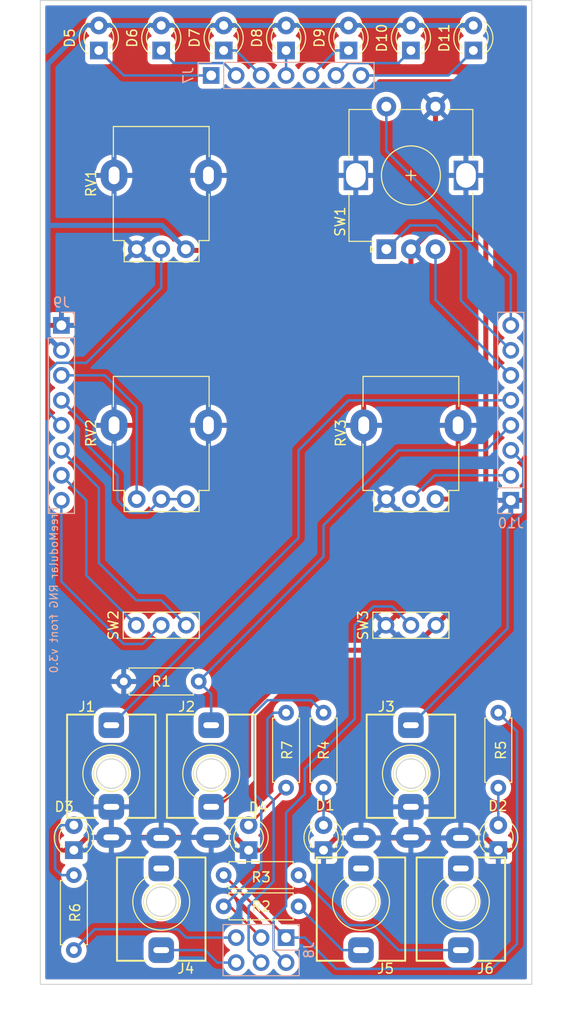
<source format=kicad_pcb>
(kicad_pcb (version 20240108) (generator "pcbnew") (generator_version "8.0")
  (title_block (title "RNG") (date "2024-01-16") (rev "v3.0") (company "FreeModular"))
  (layers (0 "F.Cu" signal) (31 "B.Cu" signal) (34 "B.Paste" user) (35 "F.Paste" user) (36 "B.SilkS" user "B.Silkscreen") (37 "F.SilkS" user "F.Silkscreen") (38 "B.Mask" user) (39 "F.Mask" user) (44 "Edge.Cuts" user))
  (net 0 "")
  (net 1 "+5V")
  (net 2 "POT_RANDOM")
  (net 3 "GND")
  (net 4 "GAIN_B")
  (net 5 "GAIN_A")
  (net 6 "POT_BIAS")
  (net 7 "RE_A")
  (net 8 "RE_B")
  (net 9 "RE_SWITCH")
  (net 10 "TRIG_SWTICH")
  (net 11 "Net-(D1-A)")
  (net 12 "Net-(D2-A)")
  (net 13 "Net-(D3-A)")
  (net 14 "Net-(D4-A)")
  (net 15 "Net-(D5-K)")
  (net 16 "Net-(D6-K)")
  (net 17 "Net-(D7-K)")
  (net 18 "Net-(D8-K)")
  (net 19 "Net-(D9-K)")
  (net 20 "Net-(D10-K)")
  (net 21 "Net-(D11-K)")
  (net 22 "INPUT_CV_CLOCK")
  (net 23 "INPUT_CV_ENABLE")
  (net 24 "INPUT_CV_BIAS")
  (net 26 "RANDOM_OUT")
  (net 28 "Net-(J5-Pad3)")
  (net 30 "Net-(J6-Pad3)")
  (net 31 "GATE_A_OUT")
  (net 32 "GATE_B_OUT")
  (net 33 "TRIG_IN_LED")
  (net 34 "ENABLED_LED")
  (net 35 "OUTPUT_PREAMP_UNIPOLAR")
  (net 36 "OUTPUT_PREAMP")
  (net 37 "OUTPUT_PREAMP_BIPOLAR")
  (footprint "LED_THT:LED_D3.0mm" (layer "F.Cu") (at 54.61 137.16 90)
    (property "Reference" "D1" (at 4.554553 0.161669 180) (layer "F.SilkS"))
    (property "Value" "LED")
    (pad "1" thru_hole rect (at 0 0 90) (size 1.8 1.8) (drill 0.9) (layers "*.Cu" "*.Mask") (net 3 "GND"))
    (pad "2" thru_hole circle (at 2.54 0 90) (size 1.8 1.8) (drill 0.9) (layers "*.Cu" "*.Mask") (net 11 "Net-(D1-A)"))
  )
  (footprint "FreeModualr:THONKICONN" (layer "F.Cu") (at 38.1 142.4 180)
    (property "Reference" "J4" (at -2.5 -6.8 0) (layer "F.SilkS"))
    (property "Value" "THONKICONN")
    (fp_circle (center 0 0) (end -1.5 0) (stroke (width 0.12)) (fill none) (layer "Edge.Cuts"))
    (pad "1" thru_hole oval (at 0 6.48 180) (size 3.1 2.1) (drill oval 1.6 0.6) (layers "*.Cu" "*.Mask") (net 3 "GND"))
    (pad "2" thru_hole roundrect (at 0 3.38 180) (size 2.6 2.6) (drill oval 1.6 0.6) (layers "*.Cu" "*.Mask"))
    (pad "3" thru_hole roundrect (at 0 -4.92 180) (size 2.6 2.6) (drill oval 1.6 0.6) (layers "*.Cu" "*.Mask") (net 26 "RANDOM_OUT"))
  )
  (footprint "FreeModualr:Alpha_Potentiometer_Grounded" (layer "F.Cu") (at 61 101.48 90)
    (property "Reference" "RV3" (at 6.71 -4.64 90) (layer "F.SilkS"))
    (property "Value" "Linear 50k")
    (pad "1" thru_hole circle (at 0 0 180) (size 1.8 1.8) (drill 1) (layers "*.Cu" "*.Mask") (net 3 "GND"))
    (pad "2" thru_hole circle (at 0 2.5 180) (size 1.8 1.8) (drill 1) (layers "*.Cu" "*.Mask") (net 6 "POT_BIAS"))
    (pad "3" thru_hole circle (at 0 5 180) (size 1.8 1.8) (drill 1) (layers "*.Cu" "*.Mask") (net 1 "+5V"))
    (pad "MP" thru_hole oval (at 7.5 -2.3 180) (size 2.72 3.24) (drill oval 1.1 1.8) (layers "*.Cu" "*.Mask") (net 3 "GND"))
    (pad "MP" thru_hole oval (at 7.5 7.3 180) (size 2.72 3.24) (drill oval 1.1 1.8) (layers "*.Cu" "*.Mask") (net 3 "GND"))
  )
  (footprint "LED_THT:LED_D3.0mm" (layer "F.Cu") (at 46.99 137.16 90)
    (property "Reference" "D4" (at 4.329269 0.997337 180) (layer "F.SilkS"))
    (property "Value" "LED")
    (pad "1" thru_hole rect (at 0 0 90) (size 1.8 1.8) (drill 0.9) (layers "*.Cu" "*.Mask") (net 3 "GND"))
    (pad "2" thru_hole circle (at 2.54 0 90) (size 1.8 1.8) (drill 0.9) (layers "*.Cu" "*.Mask") (net 14 "Net-(D4-A)"))
  )
  (footprint "FreeModualr:THONKICONN" (layer "F.Cu") (at 68.58 142.4 180)
    (property "Reference" "J6" (at -2.5 -6.8 0) (layer "F.SilkS"))
    (property "Value" "THONKICONN")
    (fp_circle (center 0 0) (end -1.5 0) (stroke (width 0.12)) (fill none) (layer "Edge.Cuts"))
    (pad "1" thru_hole oval (at 0 6.48 180) (size 3.1 2.1) (drill oval 1.6 0.6) (layers "*.Cu" "*.Mask") (net 3 "GND"))
    (pad "2" thru_hole roundrect (at 0 3.38 180) (size 2.6 2.6) (drill oval 1.6 0.6) (layers "*.Cu" "*.Mask"))
    (pad "3" thru_hole roundrect (at 0 -4.92 180) (size 2.6 2.6) (drill oval 1.6 0.6) (layers "*.Cu" "*.Mask") (net 30 "Net-(J6-Pad3)"))
  )
  (footprint "Rotary_Encoder:RotaryEncoder_Alps_EC12E-Switch_Vertical_H20mm" (layer "F.Cu") (at 61 76.08 90)
    (property "Reference" "SW1" (at 2.8 -4.7 90) (layer "F.SilkS"))
    (property "Value" "RotaryEncoder_Switch")
    (pad "A" thru_hole rect (at 0 0 90) (size 2 2) (drill 1) (layers "*.Cu" "*.Mask") (net 7 "RE_A"))
    (pad "B" thru_hole circle (at 0 5 90) (size 2 2) (drill 1) (layers "*.Cu" "*.Mask") (net 8 "RE_B"))
    (pad "C" thru_hole circle (at 0 2.5 90) (size 2 2) (drill 1) (layers "*.Cu" "*.Mask") (net 3 "GND"))
    (pad "MP" thru_hole rect (at 7.5 -3.1 90) (size 3 2.5) (drill oval 2.5 2) (layers "*.Cu" "*.Mask") (net 3 "GND"))
    (pad "MP" thru_hole rect (at 7.5 8.1 90) (size 3 2.5) (drill oval 2.5 2) (layers "*.Cu" "*.Mask") (net 3 "GND"))
    (pad "S1" thru_hole circle (at 14.5 0 90) (size 2 2) (drill 1) (layers "*.Cu" "*.Mask") (net 9 "RE_SWITCH"))
    (pad "S2" thru_hole circle (at 14.5 5 90) (size 2 2) (drill 1) (layers "*.Cu" "*.Mask") (net 3 "GND"))
  )
  (footprint "Resistor_THT:R_Axial_DIN0207_L6.3mm_D2.5mm_P7.62mm_Horizontal" (layer "F.Cu") (at 41.91 120.015 180)
    (property "Reference" "R1" (at 3.81 0 0) (layer "F.SilkS"))
    (property "Value" "100k")
    (pad "1" thru_hole circle (at 0 0 180) (size 1.6 1.6) (drill 0.8) (layers "*.Cu" "*.Mask") (net 23 "INPUT_CV_ENABLE"))
    (pad "2" thru_hole oval (at 7.62 0 180) (size 1.6 1.6) (drill 0.8) (layers "*.Cu" "*.Mask") (net 3 "GND"))
  )
  (footprint "FreeModualr:Alpha_Potentiometer_Grounded" (layer "F.Cu") (at 35.6 76.08 90)
    (property "Reference" "RV1" (at 6.71 -4.64 90) (layer "F.SilkS"))
    (property "Value" "Linear 50k")
    (pad "1" thru_hole circle (at 0 0 180) (size 1.8 1.8) (drill 1) (layers "*.Cu" "*.Mask") (net 3 "GND"))
    (pad "2" thru_hole circle (at 0 2.5 180) (size 1.8 1.8) (drill 1) (layers "*.Cu" "*.Mask") (net 2 "POT_RANDOM"))
    (pad "3" thru_hole circle (at 0 5 180) (size 1.8 1.8) (drill 1) (layers "*.Cu" "*.Mask") (net 1 "+5V"))
    (pad "MP" thru_hole oval (at 7.5 -2.3 180) (size 2.72 3.24) (drill oval 1.1 1.8) (layers "*.Cu" "*.Mask") (net 3 "GND"))
    (pad "MP" thru_hole oval (at 7.5 7.3 180) (size 2.72 3.24) (drill oval 1.1 1.8) (layers "*.Cu" "*.Mask") (net 3 "GND"))
  )
  (footprint "LED_THT:LED_D3.0mm" (layer "F.Cu") (at 29.21 137.16 90)
    (property "Reference" "D3" (at 4.411259 -0.983878 180) (layer "F.SilkS"))
    (property "Value" "LED")
    (pad "1" thru_hole rect (at 0 0 90) (size 1.8 1.8) (drill 0.9) (layers "*.Cu" "*.Mask") (net 3 "GND"))
    (pad "2" thru_hole circle (at 2.54 0 90) (size 1.8 1.8) (drill 0.9) (layers "*.Cu" "*.Mask") (net 13 "Net-(D3-A)"))
  )
  (footprint "LED_THT:LED_D3.0mm" (layer "F.Cu") (at 63.5 55.88 90)
    (property "Reference" "D10" (at 1.27 -2.96 90) (layer "F.SilkS"))
    (property "Value" "LED")
    (pad "1" thru_hole rect (at 0 0 90) (size 1.8 1.8) (drill 0.9) (layers "*.Cu" "*.Mask") (net 20 "Net-(D10-K)"))
    (pad "2" thru_hole circle (at 2.54 0 90) (size 1.8 1.8) (drill 0.9) (layers "*.Cu" "*.Mask") (net 1 "+5V"))
  )
  (footprint "Resistor_THT:R_Axial_DIN0207_L6.3mm_D2.5mm_P7.62mm_Horizontal" (layer "F.Cu") (at 72.39 123.19 -90)
    (property "Reference" "R5" (at 3.81 -0.265 90) (layer "F.SilkS"))
    (property "Value" "10k")
    (pad "1" thru_hole circle (at 0 0 270) (size 1.6 1.6) (drill 0.8) (layers "*.Cu" "*.Mask") (net 32 "GATE_B_OUT"))
    (pad "2" thru_hole oval (at 7.62 0 270) (size 1.6 1.6) (drill 0.8) (layers "*.Cu" "*.Mask") (net 12 "Net-(D2-A)"))
  )
  (footprint "Resistor_THT:R_Axial_DIN0207_L6.3mm_D2.5mm_P7.62mm_Horizontal" (layer "F.Cu") (at 50.8 123.19 -90)
    (property "Reference" "R7" (at 3.81 -0.11 90) (layer "F.SilkS"))
    (property "Value" "10k")
    (pad "1" thru_hole circle (at 0 0 270) (size 1.6 1.6) (drill 0.8) (layers "*.Cu" "*.Mask") (net 34 "ENABLED_LED"))
    (pad "2" thru_hole oval (at 7.62 0 270) (size 1.6 1.6) (drill 0.8) (layers "*.Cu" "*.Mask") (net 14 "Net-(D4-A)"))
  )
  (footprint "LED_THT:LED_D3.0mm" (layer "F.Cu") (at 38.1 55.88 90)
    (property "Reference" "D6" (at 1.27 -2.96 90) (layer "F.SilkS"))
    (property "Value" "LED")
    (pad "1" thru_hole rect (at 0 0 90) (size 1.8 1.8) (drill 0.9) (layers "*.Cu" "*.Mask") (net 16 "Net-(D6-K)"))
    (pad "2" thru_hole circle (at 2.54 0 90) (size 1.8 1.8) (drill 0.9) (layers "*.Cu" "*.Mask") (net 1 "+5V"))
  )
  (footprint "FreeModualr:THONKICONN" (layer "F.Cu") (at 33.02 129.38)
    (property "Reference" "J1" (at -2.5 -6.8 0) (layer "F.SilkS"))
    (property "Value" "THONKICONN")
    (fp_circle (center 0 0) (end -1.5 0) (stroke (width 0.12)) (fill none) (layer "Edge.Cuts"))
    (pad "1" thru_hole oval (at 0 6.48) (size 3.1 2.1) (drill oval 1.6 0.6) (layers "*.Cu" "*.Mask") (net 3 "GND"))
    (pad "2" thru_hole roundrect (at 0 3.38) (size 2.6 2.6) (drill oval 1.6 0.6) (layers "*.Cu" "*.Mask") (net 3 "GND"))
    (pad "3" thru_hole roundrect (at 0 -4.92) (size 2.6 2.6) (drill oval 1.6 0.6) (layers "*.Cu" "*.Mask") (net 22 "INPUT_CV_CLOCK"))
  )
  (footprint "FreeModualr:Alpha_Potentiometer_Grounded" (layer "F.Cu") (at 35.6 101.48 90)
    (property "Reference" "RV2" (at 6.71 -4.64 90) (layer "F.SilkS"))
    (property "Value" "Linear 50k")
    (pad "1" thru_hole circle (at 0 0 180) (size 1.8 1.8) (drill 1) (layers "*.Cu" "*.Mask") (net 5 "GAIN_A"))
    (pad "2" thru_hole circle (at 0 2.5 180) (size 1.8 1.8) (drill 1) (layers "*.Cu" "*.Mask") (net 4 "GAIN_B"))
    (pad "3" thru_hole circle (at 0 5 180) (size 1.8 1.8) (drill 1) (layers "*.Cu" "*.Mask") (net 4 "GAIN_B"))
    (pad "MP" thru_hole oval (at 7.5 -2.3 180) (size 2.72 3.24) (drill oval 1.1 1.8) (layers "*.Cu" "*.Mask") (net 3 "GND"))
    (pad "MP" thru_hole oval (at 7.5 7.3 180) (size 2.72 3.24) (drill oval 1.1 1.8) (layers "*.Cu" "*.Mask") (net 3 "GND"))
  )
  (footprint "LED_THT:LED_D3.0mm" (layer "F.Cu") (at 31.75 55.88 90)
    (property "Reference" "D5" (at 1.27 -2.96 90) (layer "F.SilkS"))
    (property "Value" "LED")
    (pad "1" thru_hole rect (at 0 0 90) (size 1.8 1.8) (drill 0.9) (layers "*.Cu" "*.Mask") (net 15 "Net-(D5-K)"))
    (pad "2" thru_hole circle (at 2.54 0 90) (size 1.8 1.8) (drill 0.9) (layers "*.Cu" "*.Mask") (net 1 "+5V"))
  )
  (footprint "LED_THT:LED_D3.0mm" (layer "F.Cu") (at 72.39 137.16 90)
    (property "Reference" "D2" (at 4.493249 -0.051703 180) (layer "F.SilkS"))
    (property "Value" "LED")
    (pad "1" thru_hole rect (at 0 0 90) (size 1.8 1.8) (drill 0.9) (layers "*.Cu" "*.Mask") (net 3 "GND"))
    (pad "2" thru_hole circle (at 2.54 0 90) (size 1.8 1.8) (drill 0.9) (layers "*.Cu" "*.Mask") (net 12 "Net-(D2-A)"))
  )
  (footprint "Resistor_THT:R_Axial_DIN0207_L6.3mm_D2.5mm_P7.62mm_Horizontal" (layer "F.Cu") (at 44.45 139.7)
    (property "Reference" "R3" (at 3.81 0.215 0) (layer "F.SilkS"))
    (property "Value" "1k")
    (pad "1" thru_hole circle (at 0 0) (size 1.6 1.6) (drill 0.8) (layers "*.Cu" "*.Mask") (net 32 "GATE_B_OUT"))
    (pad "2" thru_hole oval (at 7.62 0) (size 1.6 1.6) (drill 0.8) (layers "*.Cu" "*.Mask") (net 30 "Net-(J6-Pad3)"))
  )
  (footprint "LED_THT:LED_D3.0mm" (layer "F.Cu") (at 69.85 55.88 90)
    (property "Reference" "D11" (at 1.27 -2.96 90) (layer "F.SilkS"))
    (property "Value" "LED")
    (pad "1" thru_hole rect (at 0 0 90) (size 1.8 1.8) (drill 0.9) (layers "*.Cu" "*.Mask") (net 21 "Net-(D11-K)"))
    (pad "2" thru_hole circle (at 2.54 0 90) (size 1.8 1.8) (drill 0.9) (layers "*.Cu" "*.Mask") (net 1 "+5V"))
  )
  (footprint "Resistor_THT:R_Axial_DIN0207_L6.3mm_D2.5mm_P7.62mm_Horizontal" (layer "F.Cu") (at 44.45 142.875)
    (property "Reference" "R2" (at 3.81 0 0) (layer "F.SilkS"))
    (property "Value" "1k")
    (pad "1" thru_hole circle (at 0 0) (size 1.6 1.6) (drill 0.8) (layers "*.Cu" "*.Mask") (net 31 "GATE_A_OUT"))
    (pad "2" thru_hole oval (at 7.62 0) (size 1.6 1.6) (drill 0.8) (layers "*.Cu" "*.Mask") (net 28 "Net-(J5-Pad3)"))
  )
  (footprint "FreeModualr:THONKICONN" (layer "F.Cu") (at 58.42 142.4 180)
    (property "Reference" "J5" (at -2.5 -6.8 0) (layer "F.SilkS"))
    (property "Value" "THONKICONN")
    (fp_circle (center 0 0) (end -1.5 0) (stroke (width 0.12)) (fill none) (layer "Edge.Cuts"))
    (pad "1" thru_hole oval (at 0 6.48 180) (size 3.1 2.1) (drill oval 1.6 0.6) (layers "*.Cu" "*.Mask") (net 3 "GND"))
    (pad "2" thru_hole roundrect (at 0 3.38 180) (size 2.6 2.6) (drill oval 1.6 0.6) (layers "*.Cu" "*.Mask"))
    (pad "3" thru_hole roundrect (at 0 -4.92 180) (size 2.6 2.6) (drill oval 1.6 0.6) (layers "*.Cu" "*.Mask") (net 28 "Net-(J5-Pad3)"))
  )
  (footprint "LED_THT:LED_D3.0mm" (layer "F.Cu") (at 50.8 55.88 90)
    (property "Reference" "D8" (at 1.27 -2.96 90) (layer "F.SilkS"))
    (property "Value" "LED")
    (pad "1" thru_hole rect (at 0 0 90) (size 1.8 1.8) (drill 0.9) (layers "*.Cu" "*.Mask") (net 18 "Net-(D8-K)"))
    (pad "2" thru_hole circle (at 2.54 0 90) (size 1.8 1.8) (drill 0.9) (layers "*.Cu" "*.Mask") (net 1 "+5V"))
  )
  (footprint "Resistor_THT:R_Axial_DIN0207_L6.3mm_D2.5mm_P7.62mm_Horizontal" (layer "F.Cu") (at 54.61 123.19 -90)
    (property "Reference" "R4" (at 3.81 -0.025 90) (layer "F.SilkS"))
    (property "Value" "10k")
    (pad "1" thru_hole circle (at 0 0 270) (size 1.6 1.6) (drill 0.8) (layers "*.Cu" "*.Mask") (net 31 "GATE_A_OUT"))
    (pad "2" thru_hole oval (at 7.62 0 270) (size 1.6 1.6) (drill 0.8) (layers "*.Cu" "*.Mask") (net 11 "Net-(D1-A)"))
  )
  (footprint "Connector_PinHeader_2.54mm:PinHeader_2x03_P2.54mm_Vertical" (layer "F.Cu") (at 50.8 146.05 -90)
    (property "Reference" "J8" (at 1.27 -2.33 -90) (layer "B.SilkS") (effects (justify mirror)))
    (property "Value" "Conn_02x03_Socket")
    (pad "1" thru_hole rect (at 0 0 270) (size 1.7 1.7) (drill 1) (layers "*.Cu" "*.Mask") (net 32 "GATE_B_OUT"))
    (pad "2" thru_hole oval (at 2.54 0 270) (size 1.7 1.7) (drill 1) (layers "*.Cu" "*.Mask") (net 10 "TRIG_SWTICH"))
    (pad "3" thru_hole oval (at 0 2.54 270) (size 1.7 1.7) (drill 1) (layers "*.Cu" "*.Mask") (net 31 "GATE_A_OUT"))
    (pad "4" thru_hole oval (at 2.54 2.54 270) (size 1.7 1.7) (drill 1) (layers "*.Cu" "*.Mask") (net 34 "ENABLED_LED"))
    (pad "5" thru_hole oval (at 0 5.08 270) (size 1.7 1.7) (drill 1) (layers "*.Cu" "*.Mask") (net 33 "TRIG_IN_LED"))
    (pad "6" thru_hole oval (at 2.54 5.08 270) (size 1.7 1.7) (drill 1) (layers "*.Cu" "*.Mask") (net 26 "RANDOM_OUT"))
  )
  (footprint "FreeModualr:THONKICONN" (layer "F.Cu") (at 63.5 129.38)
    (property "Reference" "J3" (at -2.5 -6.8 0) (layer "F.SilkS"))
    (property "Value" "THONKICONN")
    (fp_circle (center 0 0) (end -1.5 0) (stroke (width 0.12)) (fill none) (layer "Edge.Cuts"))
    (pad "1" thru_hole oval (at 0 6.48) (size 3.1 2.1) (drill oval 1.6 0.6) (layers "*.Cu" "*.Mask") (net 3 "GND"))
    (pad "2" thru_hole roundrect (at 0 3.38) (size 2.6 2.6) (drill oval 1.6 0.6) (layers "*.Cu" "*.Mask") (net 3 "GND"))
    (pad "3" thru_hole roundrect (at 0 -4.92) (size 2.6 2.6) (drill oval 1.6 0.6) (layers "*.Cu" "*.Mask") (net 24 "INPUT_CV_BIAS"))
  )
  (footprint "LED_THT:LED_D3.0mm" (layer "F.Cu") (at 57.15 55.88 90)
    (property "Reference" "D9" (at 1.27 -2.96 90) (layer "F.SilkS"))
    (property "Value" "LED")
    (pad "1" thru_hole rect (at 0 0 90) (size 1.8 1.8) (drill 0.9) (layers "*.Cu" "*.Mask") (net 19 "Net-(D9-K)"))
    (pad "2" thru_hole circle (at 2.54 0 90) (size 1.8 1.8) (drill 0.9) (layers "*.Cu" "*.Mask") (net 1 "+5V"))
  )
  (footprint "FreeModualr:TAIWAY 200CWMSP1T3B4M2" (layer "F.Cu") (at 35.56 114.3 90)
    (property "Reference" "SW2" (at 0 -2.33 90) (layer "F.SilkS"))
    (property "Value" "TAIWAY 200CWMSP1T3B4M2")
    (pad "1" thru_hole circle (at 0 0 90) (size 1.7 1.7) (drill 1) (layers "*.Cu" "*.Mask") (net 37 "OUTPUT_PREAMP_BIPOLAR"))
    (pad "2" thru_hole oval (at 0 2.54 90) (size 1.7 1.7) (drill 1) (layers "*.Cu" "*.Mask") (net 36 "OUTPUT_PREAMP"))
    (pad "3" thru_hole oval (at 0 5.08 90) (size 1.7 1.7) (drill 1) (layers "*.Cu" "*.Mask") (net 35 "OUTPUT_PREAMP_UNIPOLAR"))
  )
  (footprint "LED_THT:LED_D3.0mm" (layer "F.Cu") (at 44.45 55.88 90)
    (property "Reference" "D7" (at 1.27 -2.96 90) (layer "F.SilkS"))
    (property "Value" "LED")
    (pad "1" thru_hole rect (at 0 0 90) (size 1.8 1.8) (drill 0.9) (layers "*.Cu" "*.Mask") (net 17 "Net-(D7-K)"))
    (pad "2" thru_hole circle (at 2.54 0 90) (size 1.8 1.8) (drill 0.9) (layers "*.Cu" "*.Mask") (net 1 "+5V"))
  )
  (footprint "Resistor_THT:R_Axial_DIN0207_L6.3mm_D2.5mm_P7.62mm_Horizontal" (layer "F.Cu") (at 29.21 147.32 90)
    (property "Reference" "R6" (at 3.81 0.13 90) (layer "F.SilkS"))
    (property "Value" "10k")
    (pad "1" thru_hole circle (at 0 0 90) (size 1.6 1.6) (drill 0.8) (layers "*.Cu" "*.Mask") (net 33 "TRIG_IN_LED"))
    (pad "2" thru_hole oval (at 7.62 0 90) (size 1.6 1.6) (drill 0.8) (layers "*.Cu" "*.Mask") (net 13 "Net-(D3-A)"))
  )
  (footprint "FreeModualr:THONKICONN" (layer "F.Cu") (at 43.18 129.38)
    (property "Reference" "J2" (at -2.5 -6.8 0) (layer "F.SilkS"))
    (property "Value" "THONKICONN")
    (fp_circle (center 0 0) (end -1.5 0) (stroke (width 0.12)) (fill none) (layer "Edge.Cuts"))
    (pad "1" thru_hole oval (at 0 6.48) (size 3.1 2.1) (drill oval 1.6 0.6) (layers "*.Cu" "*.Mask") (net 3 "GND"))
    (pad "2" thru_hole roundrect (at 0 3.38) (size 2.6 2.6) (drill oval 1.6 0.6) (layers "*.Cu" "*.Mask") (net 1 "+5V"))
    (pad "3" thru_hole roundrect (at 0 -4.92) (size 2.6 2.6) (drill oval 1.6 0.6) (layers "*.Cu" "*.Mask") (net 23 "INPUT_CV_ENABLE"))
  )
  (footprint "FreeModualr:TAIWAY 200CWMSP1T3B4M2" (layer "F.Cu") (at 60.96 114.3 90)
    (property "Reference" "SW3" (at 0 -2.33 90) (layer "F.SilkS"))
    (property "Value" "TAIWAY 200CWMSP1T3B4M2")
    (pad "1" thru_hole circle (at 0 0 90) (size 1.7 1.7) (drill 1) (layers "*.Cu" "*.Mask") (net 3 "GND"))
    (pad "2" thru_hole oval (at 0 2.54 90) (size 1.7 1.7) (drill 1) (layers "*.Cu" "*.Mask") (net 10 "TRIG_SWTICH"))
    (pad "3" thru_hole oval (at 0 5.08 90) (size 1.7 1.7) (drill 1) (layers "*.Cu" "*.Mask") (net 1 "+5V"))
  )
  (footprint "Connector_PinHeader_2.54mm:PinHeader_1x07_P2.54mm_Vertical" (layer "B.Cu") (at 43.18 58.42 -90)
    (property "Reference" "J7" (at 0 2.33 90) (layer "B.SilkS") (effects (justify mirror)))
    (property "Value" "Conn_01x07_Pin")
    (pad "1" thru_hole rect (at 0 0 270) (size 1.7 1.7) (drill 1) (layers "*.Cu" "*.Mask") (net 15 "Net-(D5-K)"))
    (pad "2" thru_hole oval (at 0 -2.54 270) (size 1.7 1.7) (drill 1) (layers "*.Cu" "*.Mask") (net 16 "Net-(D6-K)"))
    (pad "3" thru_hole oval (at 0 -5.08 270) (size 1.7 1.7) (drill 1) (layers "*.Cu" "*.Mask") (net 17 "Net-(D7-K)"))
    (pad "4" thru_hole oval (at 0 -7.62 270) (size 1.7 1.7) (drill 1) (layers "*.Cu" "*.Mask") (net 18 "Net-(D8-K)"))
    (pad "5" thru_hole oval (at 0 -10.16 270) (size 1.7 1.7) (drill 1) (layers "*.Cu" "*.Mask") (net 19 "Net-(D9-K)"))
    (pad "6" thru_hole oval (at 0 -12.7 270) (size 1.7 1.7) (drill 1) (layers "*.Cu" "*.Mask") (net 20 "Net-(D10-K)"))
    (pad "7" thru_hole oval (at 0 -15.24 270) (size 1.7 1.7) (drill 1) (layers "*.Cu" "*.Mask") (net 21 "Net-(D11-K)"))
  )
  (footprint "Connector_PinHeader_2.54mm:PinHeader_1x08_P2.54mm_Vertical" (layer "B.Cu") (at 27.94 83.82 180)
    (property "Reference" "J9" (at 0 2.33 0) (layer "B.SilkS") (effects (justify mirror)))
    (property "Value" "Conn_01x06_Pin")
    (pad "1" thru_hole rect (at 0 0 180) (size 1.7 1.7) (drill 1) (layers "*.Cu" "*.Mask") (net 3 "GND"))
    (pad "2" thru_hole oval (at 0 -2.54 180) (size 1.7 1.7) (drill 1) (layers "*.Cu" "*.Mask") (net 1 "+5V"))
    (pad "3" thru_hole oval (at 0 -5.08 180) (size 1.7 1.7) (drill 1) (layers "*.Cu" "*.Mask") (net 5 "GAIN_A"))
    (pad "4" thru_hole oval (at 0 -7.62 180) (size 1.7 1.7) (drill 1) (layers "*.Cu" "*.Mask") (net 4 "GAIN_B"))
    (pad "5" thru_hole oval (at 0 -10.16 180) (size 1.7 1.7) (drill 1) (layers "*.Cu" "*.Mask") (net 2 "POT_RANDOM"))
    (pad "6" thru_hole oval (at 0 -12.7 180) (size 1.7 1.7) (drill 1) (layers "*.Cu" "*.Mask") (net 35 "OUTPUT_PREAMP_UNIPOLAR"))
    (pad "7" thru_hole oval (at 0 -15.24 180) (size 1.7 1.7) (drill 1) (layers "*.Cu" "*.Mask") (net 37 "OUTPUT_PREAMP_BIPOLAR"))
    (pad "8" thru_hole oval (at 0 -17.78 180) (size 1.7 1.7) (drill 1) (layers "*.Cu" "*.Mask") (net 36 "OUTPUT_PREAMP"))
  )
  (footprint "Connector_PinHeader_2.54mm:PinHeader_1x08_P2.54mm_Vertical" (layer "B.Cu") (at 73.66 101.6)
    (property "Reference" "J10" (at 0 2.33 0) (layer "B.SilkS") (effects (justify mirror)))
    (property "Value" "Conn_01x08_Pin")
    (pad "1" thru_hole rect (at 0 0) (size 1.7 1.7) (drill 1) (layers "*.Cu" "*.Mask") (net 3 "GND"))
    (pad "2" thru_hole oval (at 0 -2.54) (size 1.7 1.7) (drill 1) (layers "*.Cu" "*.Mask") (net 6 "POT_BIAS"))
    (pad "3" thru_hole oval (at 0 -5.08) (size 1.7 1.7) (drill 1) (layers "*.Cu" "*.Mask") (net 24 "INPUT_CV_BIAS"))
    (pad "4" thru_hole oval (at 0 -7.62) (size 1.7 1.7) (drill 1) (layers "*.Cu" "*.Mask") (net 23 "INPUT_CV_ENABLE"))
    (pad "5" thru_hole oval (at 0 -10.16) (size 1.7 1.7) (drill 1) (layers "*.Cu" "*.Mask") (net 22 "INPUT_CV_CLOCK"))
    (pad "6" thru_hole oval (at 0 -12.7) (size 1.7 1.7) (drill 1) (layers "*.Cu" "*.Mask") (net 8 "RE_B"))
    (pad "7" thru_hole oval (at 0 -15.24) (size 1.7 1.7) (drill 1) (layers "*.Cu" "*.Mask") (net 7 "RE_A"))
    (pad "8" thru_hole oval (at 0 -17.78) (size 1.7 1.7) (drill 1) (layers "*.Cu" "*.Mask") (net 9 "RE_SWITCH"))
  )
  (gr_line (start 25.8 50.8) (end 25.8 150.8) (stroke (width 0.1)) (layer "Edge.Cuts"))
  (gr_line (start 25.8 150.8) (end 75.8 150.8) (stroke (width 0.1)) (layer "Edge.Cuts"))
  (gr_line (start 25.8 50.8) (end 50.8 50.8) (stroke (width 0.1)) (layer "Edge.Cuts"))
  (gr_line (start 75.8 50.8) (end 75.8 150.8) (stroke (width 0.1)) (layer "Edge.Cuts"))
  (gr_line (start 50.8 50.8) (end 75.8 50.8) (stroke (width 0.1)) (layer "Edge.Cuts"))
  (gr_text "FreeModular RNG front v3.0" (at 27.646285 102.181344 90) (layer "B.SilkS") (effects (font (size 0.8 0.8) (thickness 0.12)) (justify left bottom mirror)))
  (segment (start 63.5 116.84) (end 66.04 114.3) (width 0.508) (layer "F.Cu") (net 1))
  (segment (start 67.945 59.055) (end 60.325 59.055) (width 0.508) (layer "F.Cu") (net 1))
  (segment (start 66 101.48) (end 71 101.48) (width 0.508) (layer "F.Cu") (net 1))
  (segment (start 66.04 114.3) (end 71.12 109.22) (width 0.508) (layer "F.Cu") (net 1))
  (segment (start 71.12 101.6) (end 71.12 62.23) (width 0.508) (layer "F.Cu") (net 1))
  (segment (start 46.99 123.19) (end 53.34 116.84) (width 0.508) (layer "F.Cu") (net 1))
  (segment (start 71.12 109.22) (end 71.12 101.6) (width 0.508) (layer "F.Cu") (net 1))
  (segment (start 43.77 132.76) (end 46.99 129.54) (width 0.508) (layer "F.Cu") (net 1))
  (segment (start 60.325 59.055) (end 43.18 76.2) (width 0.508) (layer "F.Cu") (net 1))
  (segment (start 53.34 116.84) (end 63.5 116.84) (width 0.508) (layer "F.Cu") (net 1))
  (segment (start 46.99 129.54) (end 46.99 123.19) (width 0.508) (layer "F.Cu") (net 1))
  (segment (start 71.12 62.23) (end 67.945 59.055) (width 0.508) (layer "F.Cu") (net 1))
  (segment (start 43.18 76.2) (end 40.6 76.2) (width 0.508) (layer "F.Cu") (net 1))
  (segment (start 38.18 73.66) (end 38.06 73.66) (width 0.508) (layer "B.Cu") (net 1))
  (segment (start 43.18 132.76) (end 43.77 132.76) (width 0.508) (layer "B.Cu") (net 1))
  (segment (start 26.582 73.66) (end 26.582 85.002) (width 0.508) (layer "B.Cu") (net 1))
  (segment (start 69.85 53.34) (end 63.5 53.34) (width 0.508) (layer "B.Cu") (net 1))
  (segment (start 26.582 57.238) (end 26.582 73.66) (width 0.508) (layer "B.Cu") (net 1))
  (segment (start 57.15 53.34) (end 63.5 53.34) (width 0.508) (layer "B.Cu") (net 1))
  (segment (start 40.6 76.08) (end 38.18 73.66) (width 0.508) (layer "B.Cu") (net 1))
  (segment (start 38.1 53.34) (end 31.75 53.34) (width 0.508) (layer "B.Cu") (net 1))
  (segment (start 50.8 53.34) (end 44.45 53.34) (width 0.508) (layer "B.Cu") (net 1))
  (segment (start 38.06 73.66) (end 26.582 73.66) (width 0.508) (layer "B.Cu") (net 1))
  (segment (start 26.582 85.002) (end 27.94 86.36) (width 0.508) (layer "B.Cu") (net 1))
  (segment (start 44.45 53.34) (end 38.1 53.34) (width 0.508) (layer "B.Cu") (net 1))
  (segment (start 30.48 53.34) (end 26.582 57.238) (width 0.508) (layer "B.Cu") (net 1))
  (segment (start 57.15 53.34) (end 50.8 53.34) (width 0.508) (layer "B.Cu") (net 1))
  (segment (start 31.75 53.34) (end 30.48 53.34) (width 0.508) (layer "B.Cu") (net 1))
  (segment (start 27.94 93.98) (end 26.67 92.71) (width 0.254) (layer "B.Cu") (net 2))
  (segment (start 30.48 87.63) (end 38.1 80.01) (width 0.254) (layer "B.Cu") (net 2))
  (segment (start 27.469103 87.63) (end 30.48 87.63) (width 0.254) (layer "B.Cu") (net 2))
  (segment (start 26.67 88.429103) (end 27.469103 87.63) (width 0.254) (layer "B.Cu") (net 2))
  (segment (start 38.1 80.01) (end 38.1 76.2) (width 0.254) (layer "B.Cu") (net 2))
  (segment (start 26.67 92.71) (end 26.67 88.429103) (width 0.254) (layer "B.Cu") (net 2))
  (segment (start 33.02 132.76) (end 33.02 135.86) (width 0.508) (layer "F.Cu") (net 3))
  (segment (start 66 73.7) (end 66 61.7) (width 0.508) (layer "F.Cu") (net 3))
  (segment (start 33.02 135.86) (end 38.04 135.86) (width 0.508) (layer "F.Cu") (net 3))
  (segment (start 63.5 76.2) (end 66 73.7) (width 0.508) (layer "F.Cu") (net 3))
  (segment (start 34.29 120.015) (end 37.465 120.015) (width 0.508) (layer "F.Cu") (net 3))
  (segment (start 38.04 135.86) (end 38.1 135.92) (width 0.508) (layer "F.Cu") (net 3))
  (segment (start 29.845 83.82) (end 27.94 83.82) (width 0.508) (layer "F.Cu") (net 3))
  (segment (start 38.26 78.74) (end 35.6 76.08) (width 0.508) (layer "F.Cu") (net 3))
  (segment (start 37.465 120.015) (end 52.07 105.41) (width 0.508) (layer "F.Cu") (net 3))
  (segment (start 63.44 135.92) (end 63.5 135.86) (width 0.508) (layer "F.Cu") (net 3))
  (segment (start 52.07 78.74) (end 38.26 78.74) (width 0.508) (layer "F.Cu") (net 3))
  (segment (start 33.02 135.86) (end 30.51 135.86) (width 0.508) (layer "F.Cu") (net 3))
  (segment (start 52.07 100.33) (end 52.07 78.74) (width 0.508) (layer "F.Cu") (net 3))
  (segment (start 63.5 132.76) (end 63.5 135.86) (width 0.508) (layer "F.Cu") (net 3))
  (segment (start 35.6 76.08) (end 33.655 78.025) (width 0.508) (layer "F.Cu") (net 3))
  (segment (start 38.16 135.86) (end 38.1 135.92) (width 0.508) (layer "F.Cu") (net 3))
  (segment (start 63.5 78.105) (end 62.865 78.74) (width 0.508) (layer "F.Cu") (net 3))
  (segment (start 68.58 135.92) (end 71.15 135.92) (width 0.508) (layer "F.Cu") (net 3))
  (segment (start 43.18 135.86) (end 45.69 135.86) (width 0.508) (layer "F.Cu") (net 3))
  (segment (start 46.99 137.16) (end 54.61 137.16) (width 0.508) (layer "F.Cu") (net 3))
  (segment (start 33.655 78.025) (end 33.655 80.01) (width 0.508) (layer "F.Cu") (net 3))
  (segment (start 63.5 76.2) (end 63.5 78.105) (width 0.508) (layer "F.Cu") (net 3))
  (segment (start 43.18 135.86) (end 38.16 135.86) (width 0.508) (layer "F.Cu") (net 3))
  (segment (start 58.42 135.92) (end 63.44 135.92) (width 0.508) (layer "F.Cu") (net 3))
  (segment (start 55.85 135.92) (end 54.61 137.16) (width 0.508) (layer "F.Cu") (net 3))
  (segment (start 29.845 83.82) (end 33.655 80.01) (width 0.508) (layer "F.Cu") (net 3))
  (segment (start 60.96 114.3) (end 52.07 105.41) (width 0.508) (layer "F.Cu") (net 3))
  (segment (start 62.865 78.74) (end 52.07 78.74) (width 0.508) (layer "F.Cu") (net 3))
  (segment (start 63.56 135.92) (end 63.5 135.86) (width 0.508) (layer "F.Cu") (net 3))
  (segment (start 58.42 135.92) (end 55.85 135.92) (width 0.508) (layer "F.Cu") (net 3))
  (segment (start 71.15 135.92) (end 72.39 137.16) (width 0.508) (layer "F.Cu") (net 3))
  (segment (start 52.07 105.41) (end 52.07 100.33) (width 0.508) (layer "F.Cu") (net 3))
  (segment (start 30.51 135.86) (end 29.21 137.16) (width 0.508) (layer "F.Cu") (net 3))
  (segment (start 45.69 135.86) (end 46.99 137.16) (width 0.508) (layer "F.Cu") (net 3))
  (segment (start 68.58 135.92) (end 63.56 135.92) (width 0.508) (layer "F.Cu") (net 3))
  (segment (start 71.755 103.505) (end 63.5 103.505) (width 0.508) (layer "B.Cu") (net 3))
  (segment (start 59.69 115.57) (end 60.96 114.3) (width 0.508) (layer "B.Cu") (net 3))
  (segment (start 59.69 131.445) (end 59.69 115.57) (width 0.508) (layer "B.Cu") (net 3))
  (segment (start 61 101.48) (end 63.025 103.505) (width 0.508) (layer "B.Cu") (net 3))
  (segment (start 61.005 132.76) (end 59.69 131.445) (width 0.508) (layer "B.Cu") (net 3))
  (segment (start 63.025 103.505) (end 63.5 103.505) (width 0.508) (layer "B.Cu") (net 3))
  (segment (start 63.5 132.76) (end 61.005 132.76) (width 0.508) (layer "B.Cu") (net 3))
  (segment (start 73.66 101.6) (end 71.755 103.505) (width 0.508) (layer "B.Cu") (net 3))
  (segment (start 30.48 95.885) (end 33.655 99.06) (width 0.254) (layer "B.Cu") (net 4))
  (segment (start 33.655 101.6) (end 34.925 102.87) (width 0.254) (layer "B.Cu") (net 4))
  (segment (start 34.925 102.87) (end 36.71 102.87) (width 0.254) (layer "B.Cu") (net 4))
  (segment (start 36.71 102.87) (end 38.1 101.48) (width 0.254) (layer "B.Cu") (net 4))
  (segment (start 27.94 91.44) (end 30.48 93.98) (width 0.254) (layer "B.Cu") (net 4))
  (segment (start 33.655 99.06) (end 33.655 101.6) (width 0.254) (layer "B.Cu") (net 4))
  (segment (start 30.48 93.98) (end 30.48 95.885) (width 0.254) (layer "B.Cu") (net 4))
  (segment (start 38.1 101.48) (end 40.6 101.48) (width 0.254) (layer "B.Cu") (net 4))
  (segment (start 35.6 101.48) (end 35.6 92.115) (width 0.254) (layer "B.Cu") (net 5))
  (segment (start 32.385 88.9) (end 27.94 88.9) (width 0.254) (layer "B.Cu") (net 5))
  (segment (start 35.6 92.115) (end 32.385 88.9) (width 0.254) (layer "B.Cu") (net 5))
  (segment (start 73.66 99.06) (end 65.92 99.06) (width 0.254) (layer "B.Cu") (net 6))
  (segment (start 65.92 99.06) (end 63.5 101.48) (width 0.254) (layer "B.Cu") (net 6))
  (segment (start 61 76.08) (end 63.42 73.66) (width 0.254) (layer "B.Cu") (net 7))
  (segment (start 66.04 73.66) (end 63.5 73.66) (width 0.254) (layer "B.Cu") (net 7))
  (segment (start 68.58 78.74) (end 68.58 76.2) (width 0.254) (layer "B.Cu") (net 7))
  (segment (start 73.66 86.36) (end 68.58 81.28) (width 0.254) (layer "B.Cu") (net 7))
  (segment (start 63.42 73.66) (end 63.5 73.66) (width 0.254) (layer "B.Cu") (net 7))
  (segment (start 68.58 81.28) (end 68.58 78.74) (width 0.254) (layer "B.Cu") (net 7))
  (segment (start 68.58 76.2) (end 66.04 73.66) (width 0.254) (layer "B.Cu") (net 7))
  (segment (start 61 76.16) (end 61 76.2) (width 0.254) (layer "B.Cu") (net 7))
  (segment (start 73.66 88.9) (end 66 81.24) (width 0.254) (layer "B.Cu") (net 8))
  (segment (start 66 81.24) (end 66 78.7) (width 0.254) (layer "B.Cu") (net 8))
  (segment (start 66 76.2) (end 66 78.7) (width 0.254) (layer "B.Cu") (net 8))
  (segment (start 73.66 83.82) (end 73.66 78.74) (width 0.254) (layer "B.Cu") (net 9))
  (segment (start 61 66.08) (end 61 61.7) (width 0.254) (layer "B.Cu") (net 9))
  (segment (start 73.66 78.74) (end 61 66.08) (width 0.254) (layer "B.Cu") (net 9))
  (segment (start 57.785 123.825) (end 57.785 114.3) (width 0.254) (layer "B.Cu") (net 10))
  (segment (start 52.705 128.905) (end 57.785 123.825) (width 0.254) (layer "B.Cu") (net 10))
  (segment (start 61.595 112.395) (end 63.5 114.3) (width 0.254) (layer "B.Cu") (net 10))
  (segment (start 50.8 148.59) (end 49.53 147.32) (width 0.254) (layer "B.Cu") (net 10))
  (segment (start 59.69 112.395) (end 61.595 112.395) (width 0.254) (layer "B.Cu") (net 10))
  (segment (start 52.705 131.445) (end 52.705 128.905) (width 0.254) (layer "B.Cu") (net 10))
  (segment (start 57.785 114.3) (end 59.69 112.395) (width 0.254) (layer "B.Cu") (net 10))
  (segment (start 50.8 133.35) (end 52.705 131.445) (width 0.254) (layer "B.Cu") (net 10))
  (segment (start 50.8 142.875) (end 50.8 133.35) (width 0.254) (layer "B.Cu") (net 10))
  (segment (start 49.53 144.145) (end 50.8 142.875) (width 0.254) (layer "B.Cu") (net 10))
  (segment (start 49.53 147.32) (end 49.53 144.145) (width 0.254) (layer "B.Cu") (net 10))
  (segment (start 54.61 134.62) (end 54.61 130.81) (width 0.254) (layer "B.Cu") (net 11))
  (segment (start 72.39 130.81) (end 72.39 134.62) (width 0.254) (layer "B.Cu") (net 12))
  (segment (start 27.94 134.62) (end 27.305 135.255) (width 0.254) (layer "B.Cu") (net 13))
  (segment (start 29.21 134.62) (end 27.94 134.62) (width 0.254) (layer "B.Cu") (net 13))
  (segment (start 27.94 139.7) (end 29.21 139.7) (width 0.254) (layer "B.Cu") (net 13))
  (segment (start 27.305 139.065) (end 27.94 139.7) (width 0.254) (layer "B.Cu") (net 13))
  (segment (start 27.305 135.255) (end 27.305 139.065) (width 0.254) (layer "B.Cu") (net 13))
  (segment (start 46.99 134.62) (end 50.8 130.81) (width 0.254) (layer "F.Cu") (net 14))
  (segment (start 43.18 58.42) (end 34.29 58.42) (width 0.254) (layer "B.Cu") (net 15))
  (segment (start 34.29 58.42) (end 31.75 55.88) (width 0.254) (layer "B.Cu") (net 15))
  (segment (start 39.381 57.161) (end 44.461 57.161) (width 0.254) (layer "B.Cu") (net 16))
  (segment (start 45.72 58.42) (end 44.461 57.161) (width 0.254) (layer "B.Cu") (net 16))
  (segment (start 39.381 57.161) (end 38.1 55.88) (width 0.254) (layer "B.Cu") (net 16))
  (segment (start 45.72 55.88) (end 44.45 55.88) (width 0.254) (layer "B.Cu") (net 17))
  (segment (start 48.26 58.42) (end 45.72 55.88) (width 0.254) (layer "B.Cu") (net 17))
  (segment (start 50.8 58.42) (end 50.8 55.88) (width 0.254) (layer "B.Cu") (net 18))
  (segment (start 55.88 55.88) (end 57.15 55.88) (width 0.254) (layer "B.Cu") (net 19))
  (segment (start 53.34 58.42) (end 55.88 55.88) (width 0.254) (layer "B.Cu") (net 19))
  (segment (start 57.139 57.161) (end 62.219 57.161) (width 0.254) (layer "B.Cu") (net 20))
  (segment (start 55.88 58.42) (end 57.139 57.161) (width 0.254) (layer "B.Cu") (net 20))
  (segment (start 62.219 57.161) (end 63.5 55.88) (width 0.254) (layer "B.Cu") (net 20))
  (segment (start 67.31 58.42) (end 69.85 55.88) (width 0.254) (layer "B.Cu") (net 21))
  (segment (start 58.42 58.42) (end 67.31 58.42) (width 0.254) (layer "B.Cu") (net 21))
  (segment (start 52.07 96.52) (end 52.07 105.41) (width 0.254) (layer "B.Cu") (net 22))
  (segment (start 57.15 91.44) (end 52.07 96.52) (width 0.254) (layer "B.Cu") (net 22))
  (segment (start 73.66 91.44) (end 57.15 91.44) (width 0.254) (layer "B.Cu") (net 22))
  (segment (start 52.07 105.41) (end 33.02 124.46) (width 0.254) (layer "B.Cu") (net 22))
  (segment (start 54.61 107.315) (end 41.91 120.015) (width 0.254) (layer "B.Cu") (net 23))
  (segment (start 54.61 104.14) (end 54.61 107.315) (width 0.254) (layer "B.Cu") (net 23))
  (segment (start 71.12 96.52) (end 62.23 96.52) (width 0.254) (layer "B.Cu") (net 23))
  (segment (start 43.18 121.285) (end 41.91 120.015) (width 0.254) (layer "B.Cu") (net 23))
  (segment (start 43.18 124.46) (end 43.18 121.285) (width 0.254) (layer "B.Cu") (net 23))
  (segment (start 73.66 93.98) (end 71.12 96.52) (width 0.254) (layer "B.Cu") (net 23))
  (segment (start 62.23 96.52) (end 54.61 104.14) (width 0.254) (layer "B.Cu") (net 23))
  (segment (start 73.66 96.52) (end 74.93 97.79) (width 0.254) (layer "B.Cu") (net 24))
  (segment (start 74.93 102.87) (end 73.3425 104.4575) (width 0.254) (layer "B.Cu") (net 24))
  (segment (start 73.3425 104.4575) (end 73.3425 114.6175) (width 0.254) (layer "B.Cu") (net 24))
  (segment (start 74.93 97.79) (end 74.93 102.87) (width 0.254) (layer "B.Cu") (net 24))
  (segment (start 73.3425 114.6175) (end 63.5 124.46) (width 0.254) (layer "B.Cu") (net 24))
  (segment (start 42.545 147.32) (end 38.1 147.32) (width 0.254) (layer "B.Cu") (net 26))
  (segment (start 45.72 148.59) (end 43.815 148.59) (width 0.254) (layer "B.Cu") (net 26))
  (segment (start 43.815 148.59) (end 42.545 147.32) (width 0.254) (layer "B.Cu") (net 26))
  (segment (start 56.515 147.32) (end 58.42 147.32) (width 0.254) (layer "B.Cu") (net 28))
  (segment (start 52.07 142.875) (end 56.515 147.32) (width 0.254) (layer "B.Cu") (net 28))
  (segment (start 57.15 144.78) (end 52.07 139.7) (width 0.254) (layer "B.Cu") (net 30))
  (segment (start 62.23 147.32) (end 59.69 144.78) (width 0.254) (layer "B.Cu") (net 30))
  (segment (start 68.58 147.32) (end 62.23 147.32) (width 0.254) (layer "B.Cu") (net 30))
  (segment (start 59.69 144.78) (end 57.15 144.78) (width 0.254) (layer "B.Cu") (net 30))
  (segment (start 45.085 142.875) (end 44.45 142.875) (width 0.254) (layer "F.Cu") (net 31))
  (segment (start 48.26 146.05) (end 45.085 142.875) (width 0.254) (layer "F.Cu") (net 31))
  (segment (start 48.26 139.065) (end 48.271 139.054) (width 0.254) (layer "B.Cu") (net 31))
  (segment (start 47.625 130.175) (end 47.625 123.19) (width 0.254) (layer "B.Cu") (net 31))
  (segment (start 53.34 121.92) (end 54.61 123.19) (width 0.254) (layer "B.Cu") (net 31))
  (segment (start 44.45 142.875) (end 48.26 139.065) (width 0.254) (layer "B.Cu") (net 31))
  (segment (start 47.625 123.19) (end 48.895 121.92) (width 0.254) (layer "B.Cu") (net 31))
  (segment (start 47.625 131.497) (end 47.625 130.175) (width 0.254) (layer "B.Cu") (net 31))
  (segment (start 48.271 132.143) (end 47.625 131.497) (width 0.254) (layer "B.Cu") (net 31))
  (segment (start 48.271 139.054) (end 48.271 132.143) (width 0.254) (layer "B.Cu") (net 31))
  (segment (start 48.895 121.92) (end 53.34 121.92) (width 0.254) (layer "B.Cu") (net 31))
  (segment (start 50.673 145.923) (end 44.45 139.7) (width 0.254) (layer "F.Cu") (net 32))
  (segment (start 50.673 146.05) (end 50.673 145.923) (width 0.254) (layer "F.Cu") (net 32))
  (segment (start 55.88 149.225) (end 71.755 149.225) (width 0.254) (layer "B.Cu") (net 32))
  (segment (start 71.755 149.225) (end 74.295 146.685) (width 0.254) (layer "B.Cu") (net 32))
  (segment (start 74.295 146.685) (end 74.295 125.095) (width 0.254) (layer "B.Cu") (net 32))
  (segment (start 74.295 125.095) (end 72.39 123.19) (width 0.254) (layer "B.Cu") (net 32))
  (segment (start 50.8 146.05) (end 52.705 146.05) (width 0.254) (layer "B.Cu") (net 32))
  (segment (start 52.705 146.05) (end 55.88 149.225) (width 0.254) (layer "B.Cu") (net 32))
  (segment (start 29.21 147.32) (end 31.33 145.2) (width 0.254) (layer "B.Cu") (net 33))
  (segment (start 39.79 145.2) (end 40.64 146.05) (width 0.254) (layer "B.Cu") (net 33))
  (segment (start 40.64 146.05) (end 45.72 146.05) (width 0.254) (layer "B.Cu") (net 33))
  (segment (start 31.33 145.2) (end 39.79 145.2) (width 0.254) (layer "B.Cu") (net 33))
  (segment (start 49.53 132.08) (end 48.895 131.445) (width 0.254) (layer "B.Cu") (net 34))
  (segment (start 46.99 142.875) (end 49.53 140.335) (width 0.254) (layer "B.Cu") (net 34))
  (segment (start 49.53 140.335) (end 49.53 139.7) (width 0.254) (layer "B.Cu") (net 34))
  (segment (start 48.895 131.445) (end 48.895 123.825) (width 0.254) (layer "B.Cu") (net 34))
  (segment (start 48.895 123.825) (end 49.53 123.19) (width 0.254) (layer "B.Cu") (net 34))
  (segment (start 49.53 139.7) (end 49.53 132.08) (width 0.254) (layer "B.Cu") (net 34))
  (segment (start 46.99 147.32) (end 46.99 142.875) (width 0.254) (layer "B.Cu") (net 34))
  (segment (start 48.26 148.59) (end 46.99 147.32) (width 0.254) (layer "B.Cu") (net 34))
  (segment (start 49.53 123.19) (end 50.8 123.19) (width 0.254) (layer "B.Cu") (net 34))
  (segment (start 40.64 114.3) (end 38.1 111.76) (width 0.254) (layer "B.Cu") (net 35))
  (segment (start 35.56 111.76) (end 31.75 107.95) (width 0.254) (layer "B.Cu") (net 35))
  (segment (start 31.75 107.95) (end 31.75 100.33) (width 0.254) (layer "B.Cu") (net 35))
  (segment (start 31.75 100.33) (end 27.94 96.52) (width 0.254) (layer "B.Cu") (net 35))
  (segment (start 38.1 111.76) (end 35.56 111.76) (width 0.254) (layer "B.Cu") (net 35))
  (segment (start 34.29 116.205) (end 27.94 109.855) (width 0.254) (layer "B.Cu") (net 36))
  (segment (start 27.94 109.855) (end 27.94 101.6) (width 0.254) (layer "B.Cu") (net 36))
  (segment (start 38.1 114.3) (end 36.195 116.205) (width 0.254) (layer "B.Cu") (net 36))
  (segment (start 36.195 116.205) (end 34.29 116.205) (width 0.254) (layer "B.Cu") (net 36))
  (segment (start 30.48 109.22) (end 30.48 101.6) (width 0.254) (layer "B.Cu") (net 37))
  (segment (start 35.56 114.3) (end 30.48 109.22) (width 0.254) (layer "B.Cu") (net 37))
  (segment (start 30.48 101.6) (end 27.94 99.06) (width 0.254) (layer "B.Cu") (net 37))
  (zone (net 3) (net_name "GND") (layer "F.Cu") (priority 1) (connect_pads (clearance 0.5)) (min_thickness 0.25) (fill yes (thermal_gap 0.5) (thermal_bridge_width 0.5))
    (polygon (pts (xy 75.8 50.8) (xy 25.8 50.8) (xy 25.8 150.8) (xy 75.8 150.8)))
  )
  (zone (net 3) (net_name "GND") (layer "B.Cu") (connect_pads (clearance 0.5)) (min_thickness 0.25) (fill yes (thermal_gap 0.5) (thermal_bridge_width 0.5))
    (polygon (pts (xy 75.8 50.8) (xy 25.8 50.8) (xy 25.8 150.8) (xy 75.8 150.8)))
  )
)
</source>
